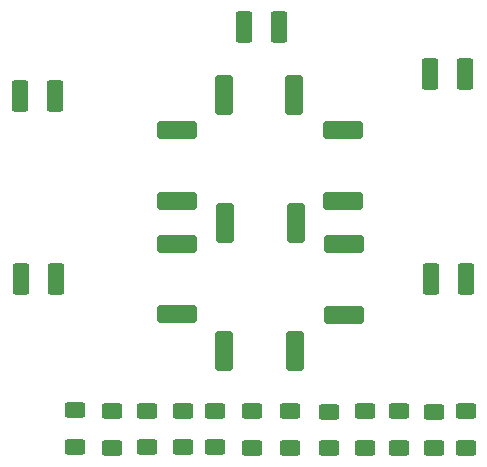
<source format=gbr>
%TF.GenerationSoftware,KiCad,Pcbnew,7.0.10*%
%TF.CreationDate,2025-04-16T22:41:53-06:00*%
%TF.ProjectId,Afinador_pcb,4166696e-6164-46f7-925f-7063622e6b69,rev?*%
%TF.SameCoordinates,Original*%
%TF.FileFunction,Paste,Top*%
%TF.FilePolarity,Positive*%
%FSLAX46Y46*%
G04 Gerber Fmt 4.6, Leading zero omitted, Abs format (unit mm)*
G04 Created by KiCad (PCBNEW 7.0.10) date 2025-04-16 22:41:53*
%MOMM*%
%LPD*%
G01*
G04 APERTURE LIST*
G04 Aperture macros list*
%AMRoundRect*
0 Rectangle with rounded corners*
0 $1 Rounding radius*
0 $2 $3 $4 $5 $6 $7 $8 $9 X,Y pos of 4 corners*
0 Add a 4 corners polygon primitive as box body*
4,1,4,$2,$3,$4,$5,$6,$7,$8,$9,$2,$3,0*
0 Add four circle primitives for the rounded corners*
1,1,$1+$1,$2,$3*
1,1,$1+$1,$4,$5*
1,1,$1+$1,$6,$7*
1,1,$1+$1,$8,$9*
0 Add four rect primitives between the rounded corners*
20,1,$1+$1,$2,$3,$4,$5,0*
20,1,$1+$1,$4,$5,$6,$7,0*
20,1,$1+$1,$6,$7,$8,$9,0*
20,1,$1+$1,$8,$9,$2,$3,0*%
G04 Aperture macros list end*
%ADD10RoundRect,0.250001X-0.462499X-1.074999X0.462499X-1.074999X0.462499X1.074999X-0.462499X1.074999X0*%
%ADD11RoundRect,0.250001X0.462499X1.074999X-0.462499X1.074999X-0.462499X-1.074999X0.462499X-1.074999X0*%
%ADD12RoundRect,0.249999X1.425001X-0.512501X1.425001X0.512501X-1.425001X0.512501X-1.425001X-0.512501X0*%
%ADD13RoundRect,0.249999X-0.512501X-1.425001X0.512501X-1.425001X0.512501X1.425001X-0.512501X1.425001X0*%
%ADD14RoundRect,0.250000X-0.625000X0.400000X-0.625000X-0.400000X0.625000X-0.400000X0.625000X0.400000X0*%
%ADD15RoundRect,0.249999X-1.425001X0.512501X-1.425001X-0.512501X1.425001X-0.512501X1.425001X0.512501X0*%
%ADD16RoundRect,0.249999X0.512501X1.425001X-0.512501X1.425001X-0.512501X-1.425001X0.512501X-1.425001X0*%
G04 APERTURE END LIST*
D10*
%TO.C,Under1*%
X59396300Y-49098200D03*
X62371300Y-49098200D03*
%TD*%
D11*
%TO.C,Sostenido1*%
X96991500Y-31724600D03*
X94016500Y-31724600D03*
%TD*%
D10*
%TO.C,right1*%
X78243100Y-27736800D03*
X81218100Y-27736800D03*
%TD*%
D11*
%TO.C,Over1*%
X97093100Y-49098200D03*
X94118100Y-49098200D03*
%TD*%
D10*
%TO.C,Bemol1*%
X59309000Y-33578800D03*
X62284000Y-33578800D03*
%TD*%
D12*
%TO.C,F1*%
X72577500Y-36484100D03*
X72577500Y-42459100D03*
%TD*%
D13*
%TO.C,G1*%
X76666900Y-44297600D03*
X82641900Y-44297600D03*
%TD*%
D14*
%TO.C,R6*%
X73075800Y-63322800D03*
X73075800Y-60222800D03*
%TD*%
%TO.C,R3*%
X82143600Y-63373600D03*
X82143600Y-60273600D03*
%TD*%
D15*
%TO.C,B1*%
X86623700Y-42449400D03*
X86623700Y-36474400D03*
%TD*%
D14*
%TO.C,R2*%
X88519000Y-60273600D03*
X88519000Y-63373600D03*
%TD*%
D16*
%TO.C,A1*%
X76539900Y-33528000D03*
X82514900Y-33528000D03*
%TD*%
D14*
%TO.C,R5*%
X75844400Y-63322800D03*
X75844400Y-60222800D03*
%TD*%
D16*
%TO.C,D1*%
X76616100Y-55168800D03*
X82591100Y-55168800D03*
%TD*%
D14*
%TO.C,R9*%
X94335600Y-60299000D03*
X94335600Y-63399000D03*
%TD*%
%TO.C,R12*%
X91389200Y-60273600D03*
X91389200Y-63373600D03*
%TD*%
%TO.C,R8*%
X67132200Y-60248200D03*
X67132200Y-63348200D03*
%TD*%
%TO.C,R1*%
X70053200Y-60222800D03*
X70053200Y-63322800D03*
%TD*%
D15*
%TO.C,E1*%
X72602900Y-46101000D03*
X72602900Y-52076000D03*
%TD*%
D14*
%TO.C,R11*%
X97028000Y-60273600D03*
X97028000Y-63373600D03*
%TD*%
%TO.C,R4*%
X78943200Y-63373600D03*
X78943200Y-60273600D03*
%TD*%
%TO.C,R10*%
X63931800Y-60197400D03*
X63931800Y-63297400D03*
%TD*%
D15*
%TO.C,C1*%
X86699900Y-52126800D03*
X86699900Y-46151800D03*
%TD*%
D14*
%TO.C,R7*%
X85496400Y-63399000D03*
X85496400Y-60299000D03*
%TD*%
M02*

</source>
